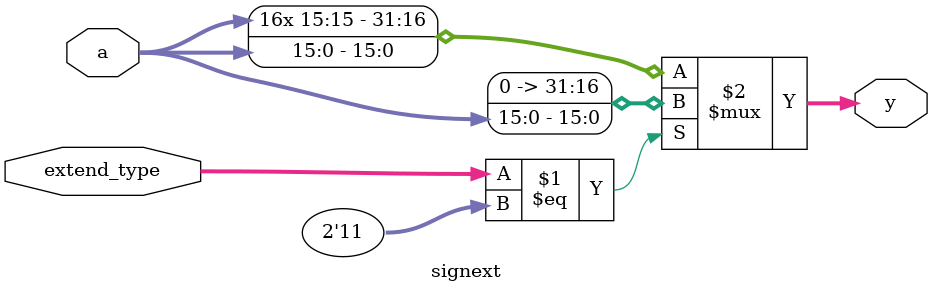
<source format=v>
`timescale 1ns / 1ps

module signext(
	input wire [15:0] a,
	input wire [1:0] extend_type, // 需要判断是0扩展还是有符号扩展
	output wire [31:0] y
    );
	// I-type中opcode的三四位为11的是0扩展，如逻辑立即数运算，其余的算数，跳转，访存指令为有符号扩展
	assign y = (extend_type == 2'b11) ? {{16{1'b0}}, a} : {{16{a[15]}},a};
endmodule
</source>
